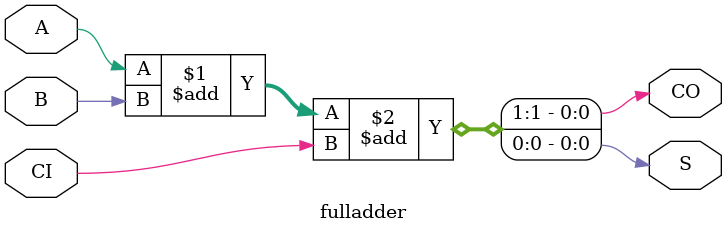
<source format=v>
module fulladder(A, B, CI, CO, S);
input A, B, CI;
output CO, S;

assign {CO, S} = A + B + CI;
endmodule

</source>
